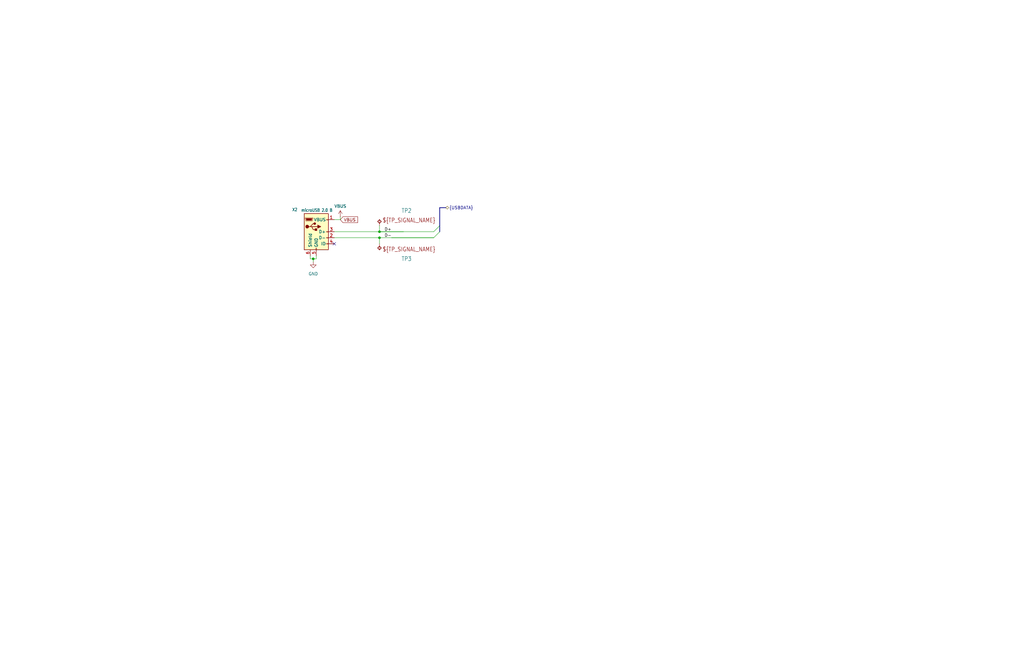
<source format=kicad_sch>
(kicad_sch (version 20231120) (generator "eeschema") (generator_version "8.0")
  (paper "B")
  (lib_symbols
    (symbol "symbolLibrary:GND" (power) (pin_numbers hide) (pin_names (offset 0) hide)
      (property "Value" "GND" (at 0 -3.81 0))
      (symbol "GND_0_1"
        (polyline (pts (xy 0 0) (xy 0 -1.27) (xy 1.27 -1.27) (xy 0 -2.54) (xy -1.27 -1.27) (xy 0 -1.27)))
      )
      (symbol "GND_1_1"
        (pin power_in line (at 0 0 270) (length 0) (name "~") (number "1"))
      )
    )
    (symbol "symbolLibrary:TPB1,27"
      (property "Reference" "TP" (at -1.27 1.27 0))
      (symbol "TPB1,27_1_0"
        (polyline (pts (xy -0.762 -0.762) (xy 0 0)) (stroke (width 0.254)))
        (polyline (pts (xy 0 -1.524) (xy -0.762 -0.762)) (stroke (width 0.254)))
        (polyline (pts (xy 0 0) (xy 0.762 -0.762)) (stroke (width 0.254)))
        (polyline (pts (xy 0.762 -0.762) (xy 0 -1.524)) (stroke (width 0.254)))
        (text "${TP_SIGNAL_NAME}" (at 1.27 -1.27 0) (effects (font (size 1.778 1.5113)) (justify left bottom)))
        (pin input line (at 0 -2.54 90) (length 2.54) (name "TP") (number "TP"))
      )
    )
    (symbol "symbolLibrary:USB_B_Micro" (pin_names (offset 1.016))
      (property "Reference" "X1" (at -10.16 8.636 0))
      (property "Value" "microUSB" (at -2.54 8.636 0))
      (symbol "USB_B_Micro_0_1"
        (rectangle (start -5.08 -7.62) (end 5.08 7.62) (stroke (width 0.254)) (fill (type background)))
        (circle (center -3.81 2.159) (radius 0.635) (stroke (width 0.254)) (fill (type outline)))
        (circle (center -0.635 3.429) (radius 0.381) (stroke (width 0.254)) (fill (type outline)))
        (rectangle (start -0.127 -7.62) (end 0.127 -6.858))
        (polyline (pts (xy -1.905 2.159) (xy 0.635 2.159)) (stroke (width 0.254)))
        (polyline (pts (xy -3.175 2.159) (xy -2.54 2.159) (xy -1.27 3.429) (xy -0.635 3.429)) (stroke (width 0.254)))
        (polyline (pts (xy -2.54 2.159) (xy -1.905 2.159) (xy -1.27 0.889) (xy 0 0.889)) (stroke (width 0.254)))
        (polyline (pts (xy 0.635 2.794) (xy 0.635 1.524) (xy 1.905 2.159) (xy 0.635 2.794)) (stroke (width 0.254)) (fill (type outline)))
        (polyline (pts (xy -4.318 5.588) (xy -1.778 5.588) (xy -2.032 4.826) (xy -4.064 4.826) (xy -4.318 5.588)) (fill (type outline)))
        (polyline (pts (xy -4.699 5.842) (xy -4.699 5.588) (xy -4.445 4.826) (xy -4.445 4.572) (xy -1.651 4.572) (xy -1.651 4.826) (xy -1.397 5.588) (xy -1.397 5.842) (xy -4.699 5.842)))
        (rectangle (start 0.254 1.27) (end -0.508 0.508) (stroke (width 0.254)) (fill (type outline)))
        (rectangle (start 5.08 -5.207) (end 4.318 -4.953))
        (rectangle (start 5.08 -2.667) (end 4.318 -2.413))
        (rectangle (start 5.08 -0.127) (end 4.318 0.127))
        (rectangle (start 5.08 4.953) (end 4.318 5.207))
      )
      (symbol "USB_B_Micro_1_1"
        (pin passive line (at 7.62 5.08 180) (length 2.54) (name "VBUS") (number "1"))
        (pin bidirectional line (at 7.62 -2.54 180) (length 2.54) (name "D-") (number "2"))
        (pin bidirectional line (at 7.62 0 180) (length 2.54) (name "D+") (number "3"))
        (pin passive line (at 7.62 -5.08 180) (length 2.54) (name "ID") (number "4"))
        (pin passive line (at 0 -10.16 90) (length 2.54) (name "GND") (number "5"))
        (pin passive line (at -2.54 -10.16 90) (length 2.54) (name "Shield") (number "6"))
      )
    )
    (symbol "symbolLibrary:VBUS" (power) (pin_numbers hide) (pin_names (offset 0) hide)
      (property "Value" "VBUS" (at 0 3.556 0))
      (symbol "VBUS_0_1"
        (polyline (pts (xy -0.762 1.27) (xy 0 2.54)))
        (polyline (pts (xy 0 0) (xy 0 2.54)))
        (polyline (pts (xy 0 2.54) (xy 0.762 1.27)))
      )
      (symbol "VBUS_1_1"
        (pin power_in line (at 0 0 90) (length 0) (name "~") (number "1"))
      )
    )
  )
  (junction (at 160.02 100.33))
  (junction (at 132.08 109.22))
  (junction (at 160.02 97.79))
  (no_connect (at 140.97 102.87))
  (bus_entry (at 182.88 100.33) (size 2.54 -2.54))
  (bus_entry (at 182.88 97.79) (size 2.54 -2.54))
  (wire (pts (xy 182.88 100.33) (xy 160.02 100.33)) (stroke (width 0.1524)))
  (wire (pts (xy 140.97 100.33) (xy 160.02 100.33)))
  (wire (pts (xy 160.02 95.25) (xy 160.02 97.79)))
  (bus (pts (xy 185.42 87.63) (xy 187.96 87.63)))
  (wire (pts (xy 160.02 97.79) (xy 182.88 97.79)) (stroke (width 0.1524)))
  (wire (pts (xy 160.02 97.79) (xy 170.18 97.79)))
  (wire (pts (xy 130.81 107.95) (xy 130.81 109.22)))
  (wire (pts (xy 143.51 92.71) (xy 143.51 91.44)))
  (wire (pts (xy 140.97 92.71) (xy 143.51 92.71)) (stroke (width 0.1524)))
  (wire (pts (xy 133.35 109.22) (xy 133.35 107.95)))
  (wire (pts (xy 132.08 109.22) (xy 133.35 109.22)))
  (wire (pts (xy 140.97 97.79) (xy 160.02 97.79)) (stroke (width 0.1524)))
  (wire (pts (xy 182.88 100.33) (xy 165.1 100.33)))
  (bus (pts (xy 185.42 87.63) (xy 185.42 95.25)))
  (wire (pts (xy 130.81 109.22) (xy 132.08 109.22)))
  (wire (pts (xy 160.02 100.33) (xy 160.02 102.87)))
  (bus (pts (xy 185.42 95.25) (xy 185.42 97.79)))
  (wire (pts (xy 132.08 109.22) (xy 132.08 110.49)))
  (label "D+" (at 165.1 97.79 180) (effects (font (size 1.2446 1.2446))))
  (label "D-" (at 165.1 100.33 180) (effects (font (size 1.2446 1.2446))))
  (global_label "VBUS" (shape input) (at 143.51 92.71 0) (effects (font (thickness 0.1588))) (property "Intersheetrefs" "${INTERSHEET_REFS}" (effects (hide yes))))
  (hierarchical_label "{USBDATA}" (shape bidirectional) (at 187.96 87.63 0))
  (symbol (lib_id "symbolLibrary:VBUS") (at 143.51 91.44 0) (mirror y) (unit 1)
    (property "Reference" "#PWR034" (effects (hide yes)))
    (property "Value" "VBUS" (at 143.51 86.995 0))
    (property "Description" "Power symbol creates a global label with name \"VBUS\"" (effects (hide yes)))
  )
  (symbol (lib_id "symbolLibrary:USB_B_Micro") (at 133.35 97.79 0) (unit 1)
    (property "Reference" "X2" (at 123.19 89.154 0) (effects (font (size 1.27 1.0795)) (justify left bottom)))
    (property "Value" "microUSB 2.0 B" (at 127 89.408 0) (effects (font (size 1.27 1.0795)) (justify left bottom)))
    (property "Footprint" "Connector_USB:USB_Micro-B_Amphenol_10118194_Horizontal" (effects (hide yes)))
    (property "Datasheet" "https://cdn.amphenol-cs.com/media/wysiwyg/files/documentation/datasheet/inputoutput/io_usb_micro.pdf" (effects (hide yes)))
    (property "Description" "USB - micro B USB 2.0 Receptacle Connector 5 Position Surface Mount, Right Angle; Through Hole" (effects (hide yes)))
    (property "Mfr" "Amphenol ICC (FCI)" (effects (hide yes)))
    (property "Mfr P/N" "10103594-0001LF" (effects (hide yes)))
    (property "Supplier_1" "Digikey" (effects (hide yes)))
    (property "Supplier_1 P/N" "609-4618-1-ND" (effects (hide yes)))
    (property "Supplier_1 Unit Price" "0.57" (effects (hide yes)))
    (property "Supplier_1 Price @ Qty" "0.32930" (effects (hide yes)))
    (property "Supplier 1 P/N" "609-4050-2-ND" (effects (hide yes)))
    (property "Supplier 1 Price @ Qty" "0.84000" (effects (hide yes)))
    (property "Supplier 1 Unit Price" "0.84000" (effects (hide yes)))
    (property "Supplier 1" "Digikey" (effects (hide yes)))
  )
  (symbol (lib_id "symbolLibrary:TPB1,27") (at 160.02 105.41 0) (mirror x) (unit 1) (in_bom no)
    (property "Reference" "TP3" (at 171.4257 109.22 0) (effects (font (size 1.778 1.5113))))
    (property "Footprint" "Library:B1,27_385" (effects (hide yes)))
    (property "Description" "Test pad" (effects (hide yes)))
    (property "Supplier_1 P/N" "-- mixed values --" (effects (hide yes)))
    (property "Supplier_1 Unit Price" "-- mixed values --" (effects (hide yes)))
    (property "Supplier_1 Price @ Qty" "-- mixed values --" (effects (hide yes)))
  )
  (symbol (lib_id "symbolLibrary:GND") (at 132.08 110.49 0) (unit 1)
    (property "Reference" "#PWR033" (effects (hide yes)))
    (property "Value" "GND" (at 132.08 115.57 0))
    (property "Description" "Power symbol creates a global label with name \"GND\" , ground" (effects (hide yes)))
  )
  (symbol (lib_id "symbolLibrary:TPB1,27") (at 160.02 92.71 0) (unit 1) (in_bom no)
    (property "Reference" "TP2" (at 171.4256 88.9 0) (effects (font (size 1.778 1.5113))))
    (property "Footprint" "Library:B1,27_385" (effects (hide yes)))
    (property "Description" "Test pad" (effects (hide yes)))
    (property "Supplier_1 P/N" "-- mixed values --" (effects (hide yes)))
    (property "Supplier_1 Unit Price" "-- mixed values --" (effects (hide yes)))
    (property "Supplier_1 Price @ Qty" "-- mixed values --" (effects (hide yes)))
  )
)
</source>
